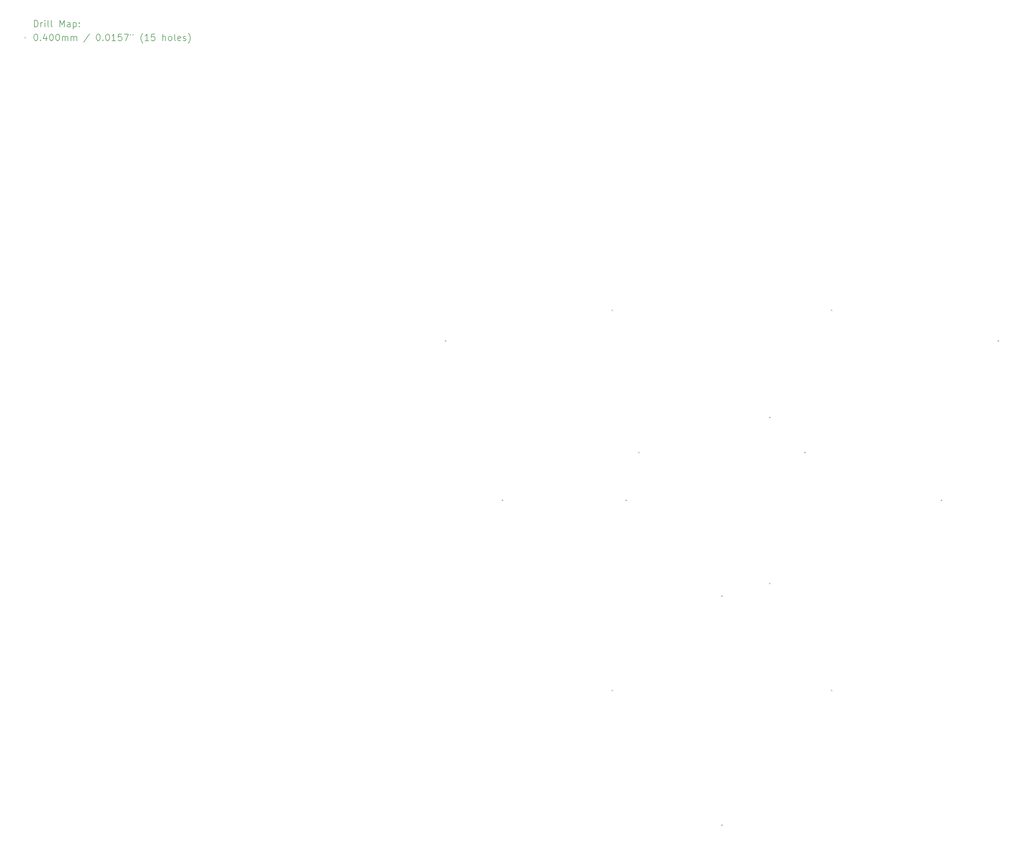
<source format=gbr>
%TF.GenerationSoftware,KiCad,Pcbnew,7.0.7*%
%TF.CreationDate,2023-10-11T13:59:36+05:30*%
%TF.ProjectId,Six-Wedge-100mm,5369782d-5765-4646-9765-2d3130306d6d,rev?*%
%TF.SameCoordinates,Original*%
%TF.FileFunction,Drillmap*%
%TF.FilePolarity,Positive*%
%FSLAX45Y45*%
G04 Gerber Fmt 4.5, Leading zero omitted, Abs format (unit mm)*
G04 Created by KiCad (PCBNEW 7.0.7) date 2023-10-11 13:59:36*
%MOMM*%
%LPD*%
G01*
G04 APERTURE LIST*
%ADD10C,0.200000*%
%ADD11C,0.040000*%
G04 APERTURE END LIST*
D10*
D11*
X12797088Y-9874924D02*
X12837088Y-9914924D01*
X12837088Y-9874924D02*
X12797088Y-9914924D01*
X14532176Y-14744924D02*
X14572176Y-14784924D01*
X14572176Y-14744924D02*
X14532176Y-14784924D01*
X17882176Y-8942554D02*
X17922176Y-8982554D01*
X17922176Y-8942554D02*
X17882176Y-8982554D01*
X17882176Y-20547294D02*
X17922176Y-20587294D01*
X17922176Y-20547294D02*
X17882176Y-20587294D01*
X18307176Y-14744924D02*
X18347176Y-14784924D01*
X18347176Y-14744924D02*
X18307176Y-14784924D01*
X18699051Y-13282424D02*
X18739051Y-13322424D01*
X18739051Y-13282424D02*
X18699051Y-13322424D01*
X21232176Y-17669924D02*
X21272176Y-17709924D01*
X21272176Y-17669924D02*
X21232176Y-17709924D01*
X21232176Y-24664924D02*
X21272176Y-24704924D01*
X21272176Y-24664924D02*
X21232176Y-24704924D01*
X22694676Y-12211800D02*
X22734676Y-12251800D01*
X22734676Y-12211800D02*
X22694676Y-12251800D01*
X22694676Y-17278049D02*
X22734676Y-17318049D01*
X22734676Y-17278049D02*
X22694676Y-17318049D01*
X23765300Y-13282424D02*
X23805300Y-13322424D01*
X23805300Y-13282424D02*
X23765300Y-13322424D01*
X24582176Y-20547294D02*
X24622176Y-20587294D01*
X24622176Y-20547294D02*
X24582176Y-20587294D01*
X24582176Y-8942554D02*
X24622176Y-8982554D01*
X24622176Y-8942554D02*
X24582176Y-8982554D01*
X27932176Y-14744924D02*
X27972176Y-14784924D01*
X27972176Y-14744924D02*
X27932176Y-14784924D01*
X29667263Y-9874924D02*
X29707263Y-9914924D01*
X29707263Y-9874924D02*
X29667263Y-9914924D01*
D10*
X260777Y-311484D02*
X260777Y-111484D01*
X260777Y-111484D02*
X308396Y-111484D01*
X308396Y-111484D02*
X336967Y-121008D01*
X336967Y-121008D02*
X356015Y-140055D01*
X356015Y-140055D02*
X365539Y-159103D01*
X365539Y-159103D02*
X375062Y-197198D01*
X375062Y-197198D02*
X375062Y-225769D01*
X375062Y-225769D02*
X365539Y-263865D01*
X365539Y-263865D02*
X356015Y-282912D01*
X356015Y-282912D02*
X336967Y-301960D01*
X336967Y-301960D02*
X308396Y-311484D01*
X308396Y-311484D02*
X260777Y-311484D01*
X460777Y-311484D02*
X460777Y-178150D01*
X460777Y-216246D02*
X470301Y-197198D01*
X470301Y-197198D02*
X479824Y-187674D01*
X479824Y-187674D02*
X498872Y-178150D01*
X498872Y-178150D02*
X517920Y-178150D01*
X584586Y-311484D02*
X584586Y-178150D01*
X584586Y-111484D02*
X575063Y-121008D01*
X575063Y-121008D02*
X584586Y-130531D01*
X584586Y-130531D02*
X594110Y-121008D01*
X594110Y-121008D02*
X584586Y-111484D01*
X584586Y-111484D02*
X584586Y-130531D01*
X708396Y-311484D02*
X689348Y-301960D01*
X689348Y-301960D02*
X679824Y-282912D01*
X679824Y-282912D02*
X679824Y-111484D01*
X813158Y-311484D02*
X794110Y-301960D01*
X794110Y-301960D02*
X784586Y-282912D01*
X784586Y-282912D02*
X784586Y-111484D01*
X1041729Y-311484D02*
X1041729Y-111484D01*
X1041729Y-111484D02*
X1108396Y-254341D01*
X1108396Y-254341D02*
X1175063Y-111484D01*
X1175063Y-111484D02*
X1175063Y-311484D01*
X1356015Y-311484D02*
X1356015Y-206722D01*
X1356015Y-206722D02*
X1346491Y-187674D01*
X1346491Y-187674D02*
X1327444Y-178150D01*
X1327444Y-178150D02*
X1289348Y-178150D01*
X1289348Y-178150D02*
X1270301Y-187674D01*
X1356015Y-301960D02*
X1336967Y-311484D01*
X1336967Y-311484D02*
X1289348Y-311484D01*
X1289348Y-311484D02*
X1270301Y-301960D01*
X1270301Y-301960D02*
X1260777Y-282912D01*
X1260777Y-282912D02*
X1260777Y-263865D01*
X1260777Y-263865D02*
X1270301Y-244817D01*
X1270301Y-244817D02*
X1289348Y-235293D01*
X1289348Y-235293D02*
X1336967Y-235293D01*
X1336967Y-235293D02*
X1356015Y-225769D01*
X1451253Y-178150D02*
X1451253Y-378150D01*
X1451253Y-187674D02*
X1470301Y-178150D01*
X1470301Y-178150D02*
X1508396Y-178150D01*
X1508396Y-178150D02*
X1527443Y-187674D01*
X1527443Y-187674D02*
X1536967Y-197198D01*
X1536967Y-197198D02*
X1546491Y-216246D01*
X1546491Y-216246D02*
X1546491Y-273389D01*
X1546491Y-273389D02*
X1536967Y-292436D01*
X1536967Y-292436D02*
X1527443Y-301960D01*
X1527443Y-301960D02*
X1508396Y-311484D01*
X1508396Y-311484D02*
X1470301Y-311484D01*
X1470301Y-311484D02*
X1451253Y-301960D01*
X1632205Y-292436D02*
X1641729Y-301960D01*
X1641729Y-301960D02*
X1632205Y-311484D01*
X1632205Y-311484D02*
X1622682Y-301960D01*
X1622682Y-301960D02*
X1632205Y-292436D01*
X1632205Y-292436D02*
X1632205Y-311484D01*
X1632205Y-187674D02*
X1641729Y-197198D01*
X1641729Y-197198D02*
X1632205Y-206722D01*
X1632205Y-206722D02*
X1622682Y-197198D01*
X1622682Y-197198D02*
X1632205Y-187674D01*
X1632205Y-187674D02*
X1632205Y-206722D01*
D11*
X-40000Y-620000D02*
X0Y-660000D01*
X0Y-620000D02*
X-40000Y-660000D01*
D10*
X298872Y-531484D02*
X317920Y-531484D01*
X317920Y-531484D02*
X336967Y-541008D01*
X336967Y-541008D02*
X346491Y-550531D01*
X346491Y-550531D02*
X356015Y-569579D01*
X356015Y-569579D02*
X365539Y-607674D01*
X365539Y-607674D02*
X365539Y-655293D01*
X365539Y-655293D02*
X356015Y-693389D01*
X356015Y-693389D02*
X346491Y-712436D01*
X346491Y-712436D02*
X336967Y-721960D01*
X336967Y-721960D02*
X317920Y-731484D01*
X317920Y-731484D02*
X298872Y-731484D01*
X298872Y-731484D02*
X279824Y-721960D01*
X279824Y-721960D02*
X270301Y-712436D01*
X270301Y-712436D02*
X260777Y-693389D01*
X260777Y-693389D02*
X251253Y-655293D01*
X251253Y-655293D02*
X251253Y-607674D01*
X251253Y-607674D02*
X260777Y-569579D01*
X260777Y-569579D02*
X270301Y-550531D01*
X270301Y-550531D02*
X279824Y-541008D01*
X279824Y-541008D02*
X298872Y-531484D01*
X451253Y-712436D02*
X460777Y-721960D01*
X460777Y-721960D02*
X451253Y-731484D01*
X451253Y-731484D02*
X441729Y-721960D01*
X441729Y-721960D02*
X451253Y-712436D01*
X451253Y-712436D02*
X451253Y-731484D01*
X632205Y-598150D02*
X632205Y-731484D01*
X584586Y-521960D02*
X536967Y-664817D01*
X536967Y-664817D02*
X660777Y-664817D01*
X775062Y-531484D02*
X794110Y-531484D01*
X794110Y-531484D02*
X813158Y-541008D01*
X813158Y-541008D02*
X822682Y-550531D01*
X822682Y-550531D02*
X832205Y-569579D01*
X832205Y-569579D02*
X841729Y-607674D01*
X841729Y-607674D02*
X841729Y-655293D01*
X841729Y-655293D02*
X832205Y-693389D01*
X832205Y-693389D02*
X822682Y-712436D01*
X822682Y-712436D02*
X813158Y-721960D01*
X813158Y-721960D02*
X794110Y-731484D01*
X794110Y-731484D02*
X775062Y-731484D01*
X775062Y-731484D02*
X756015Y-721960D01*
X756015Y-721960D02*
X746491Y-712436D01*
X746491Y-712436D02*
X736967Y-693389D01*
X736967Y-693389D02*
X727443Y-655293D01*
X727443Y-655293D02*
X727443Y-607674D01*
X727443Y-607674D02*
X736967Y-569579D01*
X736967Y-569579D02*
X746491Y-550531D01*
X746491Y-550531D02*
X756015Y-541008D01*
X756015Y-541008D02*
X775062Y-531484D01*
X965539Y-531484D02*
X984586Y-531484D01*
X984586Y-531484D02*
X1003634Y-541008D01*
X1003634Y-541008D02*
X1013158Y-550531D01*
X1013158Y-550531D02*
X1022682Y-569579D01*
X1022682Y-569579D02*
X1032205Y-607674D01*
X1032205Y-607674D02*
X1032205Y-655293D01*
X1032205Y-655293D02*
X1022682Y-693389D01*
X1022682Y-693389D02*
X1013158Y-712436D01*
X1013158Y-712436D02*
X1003634Y-721960D01*
X1003634Y-721960D02*
X984586Y-731484D01*
X984586Y-731484D02*
X965539Y-731484D01*
X965539Y-731484D02*
X946491Y-721960D01*
X946491Y-721960D02*
X936967Y-712436D01*
X936967Y-712436D02*
X927443Y-693389D01*
X927443Y-693389D02*
X917920Y-655293D01*
X917920Y-655293D02*
X917920Y-607674D01*
X917920Y-607674D02*
X927443Y-569579D01*
X927443Y-569579D02*
X936967Y-550531D01*
X936967Y-550531D02*
X946491Y-541008D01*
X946491Y-541008D02*
X965539Y-531484D01*
X1117920Y-731484D02*
X1117920Y-598150D01*
X1117920Y-617198D02*
X1127444Y-607674D01*
X1127444Y-607674D02*
X1146491Y-598150D01*
X1146491Y-598150D02*
X1175063Y-598150D01*
X1175063Y-598150D02*
X1194110Y-607674D01*
X1194110Y-607674D02*
X1203634Y-626722D01*
X1203634Y-626722D02*
X1203634Y-731484D01*
X1203634Y-626722D02*
X1213158Y-607674D01*
X1213158Y-607674D02*
X1232205Y-598150D01*
X1232205Y-598150D02*
X1260777Y-598150D01*
X1260777Y-598150D02*
X1279825Y-607674D01*
X1279825Y-607674D02*
X1289348Y-626722D01*
X1289348Y-626722D02*
X1289348Y-731484D01*
X1384586Y-731484D02*
X1384586Y-598150D01*
X1384586Y-617198D02*
X1394110Y-607674D01*
X1394110Y-607674D02*
X1413158Y-598150D01*
X1413158Y-598150D02*
X1441729Y-598150D01*
X1441729Y-598150D02*
X1460777Y-607674D01*
X1460777Y-607674D02*
X1470301Y-626722D01*
X1470301Y-626722D02*
X1470301Y-731484D01*
X1470301Y-626722D02*
X1479824Y-607674D01*
X1479824Y-607674D02*
X1498872Y-598150D01*
X1498872Y-598150D02*
X1527443Y-598150D01*
X1527443Y-598150D02*
X1546491Y-607674D01*
X1546491Y-607674D02*
X1556015Y-626722D01*
X1556015Y-626722D02*
X1556015Y-731484D01*
X1946491Y-521960D02*
X1775063Y-779103D01*
X2203634Y-531484D02*
X2222682Y-531484D01*
X2222682Y-531484D02*
X2241729Y-541008D01*
X2241729Y-541008D02*
X2251253Y-550531D01*
X2251253Y-550531D02*
X2260777Y-569579D01*
X2260777Y-569579D02*
X2270301Y-607674D01*
X2270301Y-607674D02*
X2270301Y-655293D01*
X2270301Y-655293D02*
X2260777Y-693389D01*
X2260777Y-693389D02*
X2251253Y-712436D01*
X2251253Y-712436D02*
X2241729Y-721960D01*
X2241729Y-721960D02*
X2222682Y-731484D01*
X2222682Y-731484D02*
X2203634Y-731484D01*
X2203634Y-731484D02*
X2184587Y-721960D01*
X2184587Y-721960D02*
X2175063Y-712436D01*
X2175063Y-712436D02*
X2165539Y-693389D01*
X2165539Y-693389D02*
X2156015Y-655293D01*
X2156015Y-655293D02*
X2156015Y-607674D01*
X2156015Y-607674D02*
X2165539Y-569579D01*
X2165539Y-569579D02*
X2175063Y-550531D01*
X2175063Y-550531D02*
X2184587Y-541008D01*
X2184587Y-541008D02*
X2203634Y-531484D01*
X2356015Y-712436D02*
X2365539Y-721960D01*
X2365539Y-721960D02*
X2356015Y-731484D01*
X2356015Y-731484D02*
X2346491Y-721960D01*
X2346491Y-721960D02*
X2356015Y-712436D01*
X2356015Y-712436D02*
X2356015Y-731484D01*
X2489348Y-531484D02*
X2508396Y-531484D01*
X2508396Y-531484D02*
X2527444Y-541008D01*
X2527444Y-541008D02*
X2536968Y-550531D01*
X2536968Y-550531D02*
X2546491Y-569579D01*
X2546491Y-569579D02*
X2556015Y-607674D01*
X2556015Y-607674D02*
X2556015Y-655293D01*
X2556015Y-655293D02*
X2546491Y-693389D01*
X2546491Y-693389D02*
X2536968Y-712436D01*
X2536968Y-712436D02*
X2527444Y-721960D01*
X2527444Y-721960D02*
X2508396Y-731484D01*
X2508396Y-731484D02*
X2489348Y-731484D01*
X2489348Y-731484D02*
X2470301Y-721960D01*
X2470301Y-721960D02*
X2460777Y-712436D01*
X2460777Y-712436D02*
X2451253Y-693389D01*
X2451253Y-693389D02*
X2441729Y-655293D01*
X2441729Y-655293D02*
X2441729Y-607674D01*
X2441729Y-607674D02*
X2451253Y-569579D01*
X2451253Y-569579D02*
X2460777Y-550531D01*
X2460777Y-550531D02*
X2470301Y-541008D01*
X2470301Y-541008D02*
X2489348Y-531484D01*
X2746491Y-731484D02*
X2632206Y-731484D01*
X2689348Y-731484D02*
X2689348Y-531484D01*
X2689348Y-531484D02*
X2670301Y-560055D01*
X2670301Y-560055D02*
X2651253Y-579103D01*
X2651253Y-579103D02*
X2632206Y-588627D01*
X2927444Y-531484D02*
X2832206Y-531484D01*
X2832206Y-531484D02*
X2822682Y-626722D01*
X2822682Y-626722D02*
X2832206Y-617198D01*
X2832206Y-617198D02*
X2851253Y-607674D01*
X2851253Y-607674D02*
X2898872Y-607674D01*
X2898872Y-607674D02*
X2917920Y-617198D01*
X2917920Y-617198D02*
X2927444Y-626722D01*
X2927444Y-626722D02*
X2936967Y-645770D01*
X2936967Y-645770D02*
X2936967Y-693389D01*
X2936967Y-693389D02*
X2927444Y-712436D01*
X2927444Y-712436D02*
X2917920Y-721960D01*
X2917920Y-721960D02*
X2898872Y-731484D01*
X2898872Y-731484D02*
X2851253Y-731484D01*
X2851253Y-731484D02*
X2832206Y-721960D01*
X2832206Y-721960D02*
X2822682Y-712436D01*
X3003634Y-531484D02*
X3136967Y-531484D01*
X3136967Y-531484D02*
X3051253Y-731484D01*
X3203634Y-531484D02*
X3203634Y-569579D01*
X3279825Y-531484D02*
X3279825Y-569579D01*
X3575063Y-807674D02*
X3565539Y-798150D01*
X3565539Y-798150D02*
X3546491Y-769579D01*
X3546491Y-769579D02*
X3536968Y-750531D01*
X3536968Y-750531D02*
X3527444Y-721960D01*
X3527444Y-721960D02*
X3517920Y-674341D01*
X3517920Y-674341D02*
X3517920Y-636246D01*
X3517920Y-636246D02*
X3527444Y-588627D01*
X3527444Y-588627D02*
X3536968Y-560055D01*
X3536968Y-560055D02*
X3546491Y-541008D01*
X3546491Y-541008D02*
X3565539Y-512436D01*
X3565539Y-512436D02*
X3575063Y-502912D01*
X3756015Y-731484D02*
X3641729Y-731484D01*
X3698872Y-731484D02*
X3698872Y-531484D01*
X3698872Y-531484D02*
X3679825Y-560055D01*
X3679825Y-560055D02*
X3660777Y-579103D01*
X3660777Y-579103D02*
X3641729Y-588627D01*
X3936968Y-531484D02*
X3841729Y-531484D01*
X3841729Y-531484D02*
X3832206Y-626722D01*
X3832206Y-626722D02*
X3841729Y-617198D01*
X3841729Y-617198D02*
X3860777Y-607674D01*
X3860777Y-607674D02*
X3908396Y-607674D01*
X3908396Y-607674D02*
X3927444Y-617198D01*
X3927444Y-617198D02*
X3936968Y-626722D01*
X3936968Y-626722D02*
X3946491Y-645770D01*
X3946491Y-645770D02*
X3946491Y-693389D01*
X3946491Y-693389D02*
X3936968Y-712436D01*
X3936968Y-712436D02*
X3927444Y-721960D01*
X3927444Y-721960D02*
X3908396Y-731484D01*
X3908396Y-731484D02*
X3860777Y-731484D01*
X3860777Y-731484D02*
X3841729Y-721960D01*
X3841729Y-721960D02*
X3832206Y-712436D01*
X4184587Y-731484D02*
X4184587Y-531484D01*
X4270301Y-731484D02*
X4270301Y-626722D01*
X4270301Y-626722D02*
X4260777Y-607674D01*
X4260777Y-607674D02*
X4241730Y-598150D01*
X4241730Y-598150D02*
X4213158Y-598150D01*
X4213158Y-598150D02*
X4194110Y-607674D01*
X4194110Y-607674D02*
X4184587Y-617198D01*
X4394111Y-731484D02*
X4375063Y-721960D01*
X4375063Y-721960D02*
X4365539Y-712436D01*
X4365539Y-712436D02*
X4356015Y-693389D01*
X4356015Y-693389D02*
X4356015Y-636246D01*
X4356015Y-636246D02*
X4365539Y-617198D01*
X4365539Y-617198D02*
X4375063Y-607674D01*
X4375063Y-607674D02*
X4394111Y-598150D01*
X4394111Y-598150D02*
X4422682Y-598150D01*
X4422682Y-598150D02*
X4441730Y-607674D01*
X4441730Y-607674D02*
X4451253Y-617198D01*
X4451253Y-617198D02*
X4460777Y-636246D01*
X4460777Y-636246D02*
X4460777Y-693389D01*
X4460777Y-693389D02*
X4451253Y-712436D01*
X4451253Y-712436D02*
X4441730Y-721960D01*
X4441730Y-721960D02*
X4422682Y-731484D01*
X4422682Y-731484D02*
X4394111Y-731484D01*
X4575063Y-731484D02*
X4556015Y-721960D01*
X4556015Y-721960D02*
X4546492Y-702912D01*
X4546492Y-702912D02*
X4546492Y-531484D01*
X4727444Y-721960D02*
X4708396Y-731484D01*
X4708396Y-731484D02*
X4670301Y-731484D01*
X4670301Y-731484D02*
X4651253Y-721960D01*
X4651253Y-721960D02*
X4641730Y-702912D01*
X4641730Y-702912D02*
X4641730Y-626722D01*
X4641730Y-626722D02*
X4651253Y-607674D01*
X4651253Y-607674D02*
X4670301Y-598150D01*
X4670301Y-598150D02*
X4708396Y-598150D01*
X4708396Y-598150D02*
X4727444Y-607674D01*
X4727444Y-607674D02*
X4736968Y-626722D01*
X4736968Y-626722D02*
X4736968Y-645770D01*
X4736968Y-645770D02*
X4641730Y-664817D01*
X4813158Y-721960D02*
X4832206Y-731484D01*
X4832206Y-731484D02*
X4870301Y-731484D01*
X4870301Y-731484D02*
X4889349Y-721960D01*
X4889349Y-721960D02*
X4898873Y-702912D01*
X4898873Y-702912D02*
X4898873Y-693389D01*
X4898873Y-693389D02*
X4889349Y-674341D01*
X4889349Y-674341D02*
X4870301Y-664817D01*
X4870301Y-664817D02*
X4841730Y-664817D01*
X4841730Y-664817D02*
X4822682Y-655293D01*
X4822682Y-655293D02*
X4813158Y-636246D01*
X4813158Y-636246D02*
X4813158Y-626722D01*
X4813158Y-626722D02*
X4822682Y-607674D01*
X4822682Y-607674D02*
X4841730Y-598150D01*
X4841730Y-598150D02*
X4870301Y-598150D01*
X4870301Y-598150D02*
X4889349Y-607674D01*
X4965539Y-807674D02*
X4975063Y-798150D01*
X4975063Y-798150D02*
X4994111Y-769579D01*
X4994111Y-769579D02*
X5003634Y-750531D01*
X5003634Y-750531D02*
X5013158Y-721960D01*
X5013158Y-721960D02*
X5022682Y-674341D01*
X5022682Y-674341D02*
X5022682Y-636246D01*
X5022682Y-636246D02*
X5013158Y-588627D01*
X5013158Y-588627D02*
X5003634Y-560055D01*
X5003634Y-560055D02*
X4994111Y-541008D01*
X4994111Y-541008D02*
X4975063Y-512436D01*
X4975063Y-512436D02*
X4965539Y-502912D01*
M02*

</source>
